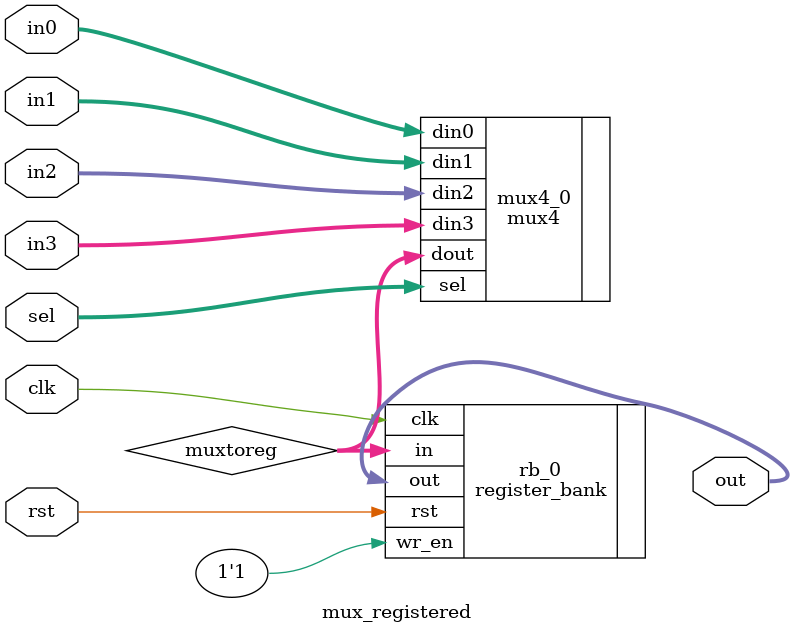
<source format=v>
module mux_registered #(
  parameter WIDTH=8
  )(
  input clk,
  input rst,
  input [1:0] sel,
  input [WIDTH-1:0] in0, in1, in2, in3,
  output [WIDTH-1:0] out
);

  wire [WIDTH-1:0] muxtoreg;

  mux4 mux4_0(
    .din0(in0),
    .din1(in1),
    .din2(in2),
    .din3(in3),
    .sel(sel),
    .dout(muxtoreg)
  );

  register_bank rb_0(
    .clk(clk),
    .rst(rst),
    .wr_en(1'b1),
    .in(muxtoreg),
    .out(out)
  );

endmodule

</source>
